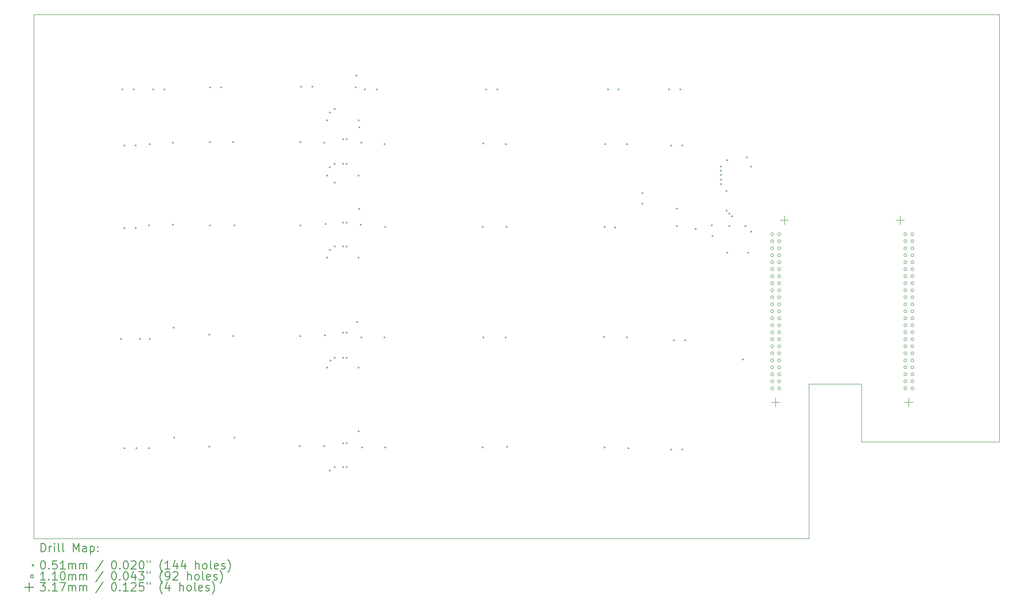
<source format=gbr>
%FSLAX45Y45*%
G04 Gerber Fmt 4.5, Leading zero omitted, Abs format (unit mm)*
G04 Created by KiCad (PCBNEW no-vcs-found-product) date Seg 25 Abr 2016 23:01:22 BRT*
%MOMM*%
G01*
G04 APERTURE LIST*
%ADD10C,0.127000*%
%ADD11C,0.150000*%
%ADD12C,0.200000*%
%ADD13C,0.300000*%
G04 APERTURE END LIST*
D10*
D11*
X31100000Y-22000000D02*
X3000000Y-22000000D01*
X33000000Y-18500000D02*
X38000000Y-18500000D01*
X33000000Y-16400000D02*
X33000000Y-18500000D01*
X31100000Y-16400000D02*
X33000000Y-16400000D01*
X31100000Y-22000000D02*
X31100000Y-16400000D01*
X38000000Y-3000000D02*
X3000000Y-3000000D01*
X38000000Y-18500000D02*
X38000000Y-3000000D01*
X3000000Y-3000000D02*
X3000000Y-22000000D01*
D12*
X6133600Y-14726800D02*
X6184400Y-14777600D01*
X6184400Y-14726800D02*
X6133600Y-14777600D01*
X6184400Y-5684400D02*
X6235200Y-5735200D01*
X6235200Y-5684400D02*
X6184400Y-5735200D01*
X6260600Y-7716400D02*
X6311400Y-7767200D01*
X6311400Y-7716400D02*
X6260600Y-7767200D01*
X6260600Y-10713600D02*
X6311400Y-10764400D01*
X6311400Y-10713600D02*
X6260600Y-10764400D01*
X6260600Y-18689200D02*
X6311400Y-18740000D01*
X6311400Y-18689200D02*
X6260600Y-18740000D01*
X6590800Y-5684400D02*
X6641600Y-5735200D01*
X6641600Y-5684400D02*
X6590800Y-5735200D01*
X6667000Y-7716400D02*
X6717800Y-7767200D01*
X6717800Y-7716400D02*
X6667000Y-7767200D01*
X6667000Y-10713600D02*
X6717800Y-10764400D01*
X6717800Y-10713600D02*
X6667000Y-10764400D01*
X6692400Y-18689200D02*
X6743200Y-18740000D01*
X6743200Y-18689200D02*
X6692400Y-18740000D01*
X6819400Y-14726800D02*
X6870200Y-14777600D01*
X6870200Y-14726800D02*
X6819400Y-14777600D01*
X7149600Y-10612000D02*
X7200400Y-10662800D01*
X7200400Y-10612000D02*
X7149600Y-10662800D01*
X7149600Y-18689200D02*
X7200400Y-18740000D01*
X7200400Y-18689200D02*
X7149600Y-18740000D01*
X7175000Y-7665600D02*
X7225800Y-7716400D01*
X7225800Y-7665600D02*
X7175000Y-7716400D01*
X7175000Y-14726800D02*
X7225800Y-14777600D01*
X7225800Y-14726800D02*
X7175000Y-14777600D01*
X7302000Y-5684400D02*
X7352800Y-5735200D01*
X7352800Y-5684400D02*
X7302000Y-5735200D01*
X7708400Y-5684401D02*
X7759200Y-5735201D01*
X7759200Y-5684401D02*
X7708400Y-5735201D01*
X8013200Y-7614800D02*
X8064000Y-7665600D01*
X8064000Y-7614800D02*
X8013200Y-7665600D01*
X8013200Y-10586600D02*
X8064000Y-10637400D01*
X8064000Y-10586600D02*
X8013200Y-10637400D01*
X8038600Y-14320400D02*
X8089400Y-14371200D01*
X8089400Y-14320400D02*
X8038600Y-14371200D01*
X8064000Y-18308200D02*
X8114800Y-18359000D01*
X8114800Y-18308200D02*
X8064000Y-18359000D01*
X9334000Y-14574400D02*
X9384800Y-14625200D01*
X9384800Y-14574400D02*
X9334000Y-14625200D01*
X9334000Y-18638400D02*
X9384800Y-18689200D01*
X9384800Y-18638400D02*
X9334000Y-18689200D01*
X9359400Y-5608200D02*
X9410200Y-5659000D01*
X9410200Y-5608200D02*
X9359400Y-5659000D01*
X9359400Y-7589400D02*
X9410200Y-7640200D01*
X9410200Y-7589400D02*
X9359400Y-7640200D01*
X9359400Y-10612000D02*
X9410200Y-10662800D01*
X9410200Y-10612000D02*
X9359400Y-10662800D01*
X9765800Y-5608200D02*
X9816600Y-5659000D01*
X9816600Y-5608200D02*
X9765800Y-5659000D01*
X10197600Y-7589400D02*
X10248400Y-7640200D01*
X10248400Y-7589400D02*
X10197600Y-7640200D01*
X10197600Y-14625200D02*
X10248400Y-14676000D01*
X10248400Y-14625200D02*
X10197600Y-14676000D01*
X10248400Y-10612000D02*
X10299200Y-10662800D01*
X10299200Y-10612000D02*
X10248400Y-10662800D01*
X10248400Y-18308200D02*
X10299200Y-18359000D01*
X10299200Y-18308200D02*
X10248400Y-18359000D01*
X12610600Y-18613000D02*
X12661400Y-18663800D01*
X12661400Y-18613000D02*
X12610600Y-18663800D01*
X12636000Y-7589400D02*
X12686800Y-7640200D01*
X12686800Y-7589400D02*
X12636000Y-7640200D01*
X12636000Y-10612000D02*
X12686800Y-10662800D01*
X12686800Y-10612000D02*
X12636000Y-10662800D01*
X12636000Y-14625200D02*
X12686800Y-14676000D01*
X12686800Y-14625200D02*
X12636000Y-14676000D01*
X12661400Y-5582800D02*
X12712200Y-5633600D01*
X12712200Y-5582800D02*
X12661400Y-5633600D01*
X13067800Y-5582800D02*
X13118600Y-5633600D01*
X13118600Y-5582800D02*
X13067800Y-5633600D01*
X13499600Y-7614800D02*
X13550400Y-7665600D01*
X13550400Y-7614800D02*
X13499600Y-7665600D01*
X13499600Y-18613000D02*
X13550400Y-18663800D01*
X13550400Y-18613000D02*
X13499600Y-18663800D01*
X13525000Y-14599800D02*
X13575800Y-14650600D01*
X13575800Y-14599800D02*
X13525000Y-14650600D01*
X13550400Y-10561200D02*
X13601200Y-10612000D01*
X13601200Y-10561200D02*
X13550400Y-10612000D01*
X13601200Y-6802000D02*
X13652000Y-6852800D01*
X13652000Y-6802000D02*
X13601200Y-6852800D01*
X13601200Y-8808600D02*
X13652000Y-8859400D01*
X13652000Y-8808600D02*
X13601200Y-8859400D01*
X13601200Y-11780400D02*
X13652000Y-11831200D01*
X13652000Y-11780400D02*
X13601200Y-11831200D01*
X13601200Y-15768200D02*
X13652000Y-15819000D01*
X13652000Y-15768200D02*
X13601200Y-15819000D01*
X13702800Y-6522600D02*
X13753600Y-6573400D01*
X13753600Y-6522600D02*
X13702800Y-6573400D01*
X13702800Y-8503800D02*
X13753600Y-8554600D01*
X13753600Y-8503800D02*
X13702800Y-8554600D01*
X13702800Y-11501000D02*
X13753600Y-11551800D01*
X13753600Y-11501000D02*
X13702800Y-11551800D01*
X13702800Y-19502000D02*
X13753600Y-19552800D01*
X13753600Y-19502000D02*
X13702800Y-19552800D01*
X13728200Y-15514200D02*
X13779000Y-15565000D01*
X13779000Y-15514200D02*
X13728200Y-15565000D01*
X13880600Y-6395600D02*
X13931400Y-6446400D01*
X13931400Y-6395600D02*
X13880600Y-6446400D01*
X13880600Y-8376800D02*
X13931400Y-8427600D01*
X13931400Y-8376800D02*
X13880600Y-8427600D01*
X13880600Y-9062600D02*
X13931400Y-9113400D01*
X13931400Y-9062600D02*
X13880600Y-9113400D01*
X13880600Y-11374000D02*
X13931400Y-11424800D01*
X13931400Y-11374000D02*
X13880600Y-11424800D01*
X13880600Y-15412600D02*
X13931400Y-15463400D01*
X13931400Y-15412600D02*
X13880600Y-15463400D01*
X13880600Y-19375000D02*
X13931400Y-19425800D01*
X13931400Y-19375000D02*
X13880600Y-19425800D01*
X14185400Y-7487800D02*
X14236200Y-7538600D01*
X14236200Y-7487800D02*
X14185400Y-7538600D01*
X14185400Y-8376800D02*
X14236200Y-8427600D01*
X14236200Y-8376800D02*
X14185400Y-8427600D01*
X14185400Y-10510400D02*
X14236200Y-10561200D01*
X14236200Y-10510400D02*
X14185400Y-10561200D01*
X14185400Y-11373996D02*
X14236200Y-11424796D01*
X14236200Y-11373996D02*
X14185400Y-11424796D01*
X14185400Y-14498200D02*
X14236200Y-14549000D01*
X14236200Y-14498200D02*
X14185400Y-14549000D01*
X14185400Y-15412598D02*
X14236200Y-15463398D01*
X14236200Y-15412598D02*
X14185400Y-15463398D01*
X14185400Y-18511400D02*
X14236200Y-18562200D01*
X14236200Y-18511400D02*
X14185400Y-18562200D01*
X14185400Y-19374999D02*
X14236200Y-19425799D01*
X14236200Y-19374999D02*
X14185400Y-19425799D01*
X14312400Y-7487800D02*
X14363200Y-7538600D01*
X14363200Y-7487800D02*
X14312400Y-7538600D01*
X14312400Y-8376800D02*
X14363200Y-8427600D01*
X14363200Y-8376800D02*
X14312400Y-8427600D01*
X14312400Y-10510400D02*
X14363200Y-10561200D01*
X14363200Y-10510400D02*
X14312400Y-10561200D01*
X14312400Y-11374000D02*
X14363200Y-11424800D01*
X14363200Y-11374000D02*
X14312400Y-11424800D01*
X14312400Y-14498200D02*
X14363200Y-14549000D01*
X14363200Y-14498200D02*
X14312400Y-14549000D01*
X14312400Y-15412600D02*
X14363200Y-15463400D01*
X14363200Y-15412600D02*
X14312400Y-15463400D01*
X14312400Y-18511400D02*
X14363200Y-18562200D01*
X14363200Y-18511400D02*
X14312400Y-18562200D01*
X14312400Y-19375000D02*
X14363200Y-19425800D01*
X14363200Y-19375000D02*
X14312400Y-19425800D01*
X14642600Y-5608200D02*
X14693400Y-5659000D01*
X14693400Y-5608200D02*
X14642600Y-5659000D01*
X14668000Y-5176400D02*
X14718800Y-5227200D01*
X14718800Y-5176400D02*
X14668000Y-5227200D01*
X14693400Y-14117200D02*
X14744200Y-14168000D01*
X14744200Y-14117200D02*
X14693400Y-14168000D01*
X14744200Y-6802000D02*
X14795000Y-6852800D01*
X14795000Y-6802000D02*
X14744200Y-6852800D01*
X14744200Y-8808600D02*
X14795000Y-8859400D01*
X14795000Y-8808600D02*
X14744200Y-8859400D01*
X14744200Y-11780400D02*
X14795000Y-11831200D01*
X14795000Y-11780400D02*
X14744200Y-11831200D01*
X14744200Y-15768200D02*
X14795000Y-15819000D01*
X14795000Y-15768200D02*
X14744200Y-15819000D01*
X14744200Y-18079600D02*
X14795000Y-18130400D01*
X14795000Y-18079600D02*
X14744200Y-18130400D01*
X14769498Y-10019698D02*
X14820298Y-10070498D01*
X14820298Y-10019698D02*
X14769498Y-10070498D01*
X14769600Y-7056000D02*
X14820400Y-7106800D01*
X14820400Y-7056000D02*
X14769600Y-7106800D01*
X14820400Y-10586600D02*
X14871200Y-10637400D01*
X14871200Y-10586600D02*
X14820400Y-10637400D01*
X14845800Y-7614800D02*
X14896600Y-7665600D01*
X14896600Y-7614800D02*
X14845800Y-7665600D01*
X14845800Y-14676000D02*
X14896600Y-14726800D01*
X14896600Y-14676000D02*
X14845800Y-14726800D01*
X14871200Y-18663800D02*
X14922000Y-18714600D01*
X14922000Y-18663800D02*
X14871200Y-18714600D01*
X14972800Y-5684400D02*
X15023600Y-5735200D01*
X15023600Y-5684400D02*
X14972800Y-5735200D01*
X15404600Y-5684400D02*
X15455400Y-5735200D01*
X15455400Y-5684400D02*
X15404600Y-5735200D01*
X15684000Y-7665600D02*
X15734800Y-7716400D01*
X15734800Y-7665600D02*
X15684000Y-7716400D01*
X15684000Y-14676000D02*
X15734800Y-14726800D01*
X15734800Y-14676000D02*
X15684000Y-14726800D01*
X15709400Y-10662800D02*
X15760200Y-10713600D01*
X15760200Y-10662800D02*
X15709400Y-10713600D01*
X15709400Y-18663800D02*
X15760200Y-18714600D01*
X15760200Y-18663800D02*
X15709400Y-18714600D01*
X19240000Y-10662800D02*
X19290800Y-10713600D01*
X19290800Y-10662800D02*
X19240000Y-10713600D01*
X19240000Y-18663800D02*
X19290800Y-18714600D01*
X19290800Y-18663800D02*
X19240000Y-18714600D01*
X19265400Y-7640200D02*
X19316200Y-7691000D01*
X19316200Y-7640200D02*
X19265400Y-7691000D01*
X19265400Y-14676000D02*
X19316200Y-14726800D01*
X19316200Y-14676000D02*
X19265400Y-14726800D01*
X19367000Y-5684400D02*
X19417800Y-5735200D01*
X19417800Y-5684400D02*
X19367000Y-5735200D01*
X19773400Y-5684400D02*
X19824200Y-5735200D01*
X19824200Y-5684400D02*
X19773400Y-5735200D01*
X20078200Y-7665600D02*
X20129000Y-7716400D01*
X20129000Y-7665600D02*
X20078200Y-7716400D01*
X20078200Y-14676000D02*
X20129000Y-14726800D01*
X20129000Y-14676000D02*
X20078200Y-14726800D01*
X20103600Y-10662800D02*
X20154400Y-10713600D01*
X20154400Y-10662800D02*
X20103600Y-10713600D01*
X20129000Y-18638400D02*
X20179800Y-18689200D01*
X20179800Y-18638400D02*
X20129000Y-18689200D01*
X23634200Y-14650600D02*
X23685000Y-14701400D01*
X23685000Y-14650600D02*
X23634200Y-14701400D01*
X23659600Y-10662800D02*
X23710400Y-10713600D01*
X23710400Y-10662800D02*
X23659600Y-10713600D01*
X23659600Y-18663800D02*
X23710400Y-18714600D01*
X23710400Y-18663800D02*
X23659600Y-18714600D01*
X23685000Y-7665600D02*
X23735800Y-7716400D01*
X23735800Y-7665600D02*
X23685000Y-7716400D01*
X23786600Y-5684400D02*
X23837400Y-5735200D01*
X23837400Y-5684400D02*
X23786600Y-5735200D01*
X24040600Y-10688200D02*
X24091400Y-10739000D01*
X24091400Y-10688200D02*
X24040600Y-10739000D01*
X24167600Y-5684400D02*
X24218400Y-5735200D01*
X24218400Y-5684400D02*
X24167600Y-5735200D01*
X24472400Y-7665600D02*
X24523200Y-7716400D01*
X24523200Y-7665600D02*
X24472400Y-7716400D01*
X24472400Y-14676000D02*
X24523200Y-14726800D01*
X24523200Y-14676000D02*
X24472400Y-14726800D01*
X24523200Y-18689200D02*
X24574000Y-18740000D01*
X24574000Y-18689200D02*
X24523200Y-18740000D01*
X25031200Y-9443600D02*
X25082000Y-9494400D01*
X25082000Y-9443600D02*
X25031200Y-9494400D01*
X25031200Y-9824600D02*
X25082000Y-9875400D01*
X25082000Y-9824600D02*
X25031200Y-9875400D01*
X25996400Y-5684400D02*
X26047200Y-5735200D01*
X26047200Y-5684400D02*
X25996400Y-5735200D01*
X26072600Y-7716400D02*
X26123400Y-7767200D01*
X26123400Y-7716400D02*
X26072600Y-7767200D01*
X26072600Y-18740000D02*
X26123400Y-18790800D01*
X26123400Y-18740000D02*
X26072600Y-18790800D01*
X26174200Y-14777600D02*
X26225000Y-14828400D01*
X26225000Y-14777600D02*
X26174200Y-14828400D01*
X26275800Y-10002400D02*
X26326600Y-10053200D01*
X26326600Y-10002400D02*
X26275800Y-10053200D01*
X26275800Y-10637400D02*
X26326600Y-10688200D01*
X26326600Y-10637400D02*
X26275800Y-10688200D01*
X26402800Y-5684400D02*
X26453600Y-5735200D01*
X26453600Y-5684400D02*
X26402800Y-5735200D01*
X26479000Y-7716400D02*
X26529800Y-7767200D01*
X26529800Y-7716400D02*
X26479000Y-7767200D01*
X26479000Y-18740000D02*
X26529800Y-18790800D01*
X26529800Y-18740000D02*
X26479000Y-18790800D01*
X26580600Y-14777600D02*
X26631400Y-14828400D01*
X26631400Y-14777600D02*
X26580600Y-14828400D01*
X26961600Y-10739001D02*
X27012400Y-10789801D01*
X27012400Y-10739001D02*
X26961600Y-10789801D01*
X27545800Y-10612000D02*
X27596600Y-10662800D01*
X27596600Y-10612000D02*
X27545800Y-10662800D01*
X27571200Y-10993000D02*
X27622000Y-11043800D01*
X27622000Y-10993000D02*
X27571200Y-11043800D01*
X27876000Y-8478400D02*
X27926800Y-8529200D01*
X27926800Y-8478400D02*
X27876000Y-8529200D01*
X27876000Y-8630800D02*
X27926800Y-8681600D01*
X27926800Y-8630800D02*
X27876000Y-8681600D01*
X27876000Y-8783200D02*
X27926800Y-8834000D01*
X27926800Y-8783200D02*
X27876000Y-8834000D01*
X27876000Y-8961000D02*
X27926800Y-9011800D01*
X27926800Y-8961000D02*
X27876000Y-9011800D01*
X27876000Y-9113400D02*
X27926800Y-9164200D01*
X27926800Y-9113400D02*
X27876000Y-9164200D01*
X28079200Y-9367400D02*
X28130000Y-9418200D01*
X28130000Y-9367400D02*
X28079200Y-9418200D01*
X28079200Y-10078600D02*
X28130000Y-10129400D01*
X28130000Y-10078600D02*
X28079200Y-10129400D01*
X28104600Y-8249800D02*
X28155400Y-8300600D01*
X28155400Y-8249800D02*
X28104600Y-8300600D01*
X28104600Y-11602600D02*
X28155400Y-11653400D01*
X28155400Y-11602600D02*
X28104600Y-11653400D01*
X28180800Y-10180200D02*
X28231600Y-10231000D01*
X28231600Y-10180200D02*
X28180800Y-10231000D01*
X28180800Y-10637400D02*
X28231600Y-10688200D01*
X28231600Y-10637400D02*
X28180800Y-10688200D01*
X28282400Y-10281800D02*
X28333200Y-10332600D01*
X28333200Y-10281800D02*
X28282400Y-10332600D01*
X28674600Y-15474600D02*
X28725400Y-15525400D01*
X28725400Y-15474600D02*
X28674600Y-15525400D01*
X28765000Y-10637400D02*
X28815800Y-10688200D01*
X28815800Y-10637400D02*
X28765000Y-10688200D01*
X28815800Y-8148200D02*
X28866600Y-8199000D01*
X28866600Y-8148200D02*
X28815800Y-8199000D01*
X28866600Y-11602600D02*
X28917400Y-11653400D01*
X28917400Y-11602600D02*
X28866600Y-11653400D01*
X28968200Y-8478400D02*
X29019000Y-8529200D01*
X29019000Y-8478400D02*
X28968200Y-8529200D01*
X28968200Y-10840600D02*
X29019000Y-10891400D01*
X29019000Y-10840600D02*
X28968200Y-10891400D01*
X29815000Y-10961500D02*
G75*
G03X29815000Y-10961500I-55000J0D01*
G01*
X29815000Y-11215500D02*
G75*
G03X29815000Y-11215500I-55000J0D01*
G01*
X29815000Y-11469500D02*
G75*
G03X29815000Y-11469500I-55000J0D01*
G01*
X29815000Y-11723500D02*
G75*
G03X29815000Y-11723500I-55000J0D01*
G01*
X29815000Y-11977500D02*
G75*
G03X29815000Y-11977500I-55000J0D01*
G01*
X29815000Y-12231500D02*
G75*
G03X29815000Y-12231500I-55000J0D01*
G01*
X29815000Y-12485500D02*
G75*
G03X29815000Y-12485500I-55000J0D01*
G01*
X29815000Y-12739500D02*
G75*
G03X29815000Y-12739500I-55000J0D01*
G01*
X29815000Y-12993500D02*
G75*
G03X29815000Y-12993500I-55000J0D01*
G01*
X29815000Y-13247500D02*
G75*
G03X29815000Y-13247500I-55000J0D01*
G01*
X29815000Y-13501500D02*
G75*
G03X29815000Y-13501500I-55000J0D01*
G01*
X29815000Y-13755500D02*
G75*
G03X29815000Y-13755500I-55000J0D01*
G01*
X29815000Y-14009500D02*
G75*
G03X29815000Y-14009500I-55000J0D01*
G01*
X29815000Y-14263500D02*
G75*
G03X29815000Y-14263500I-55000J0D01*
G01*
X29815000Y-14517500D02*
G75*
G03X29815000Y-14517500I-55000J0D01*
G01*
X29815000Y-14771500D02*
G75*
G03X29815000Y-14771500I-55000J0D01*
G01*
X29815000Y-15025500D02*
G75*
G03X29815000Y-15025500I-55000J0D01*
G01*
X29815000Y-15279500D02*
G75*
G03X29815000Y-15279500I-55000J0D01*
G01*
X29815000Y-15533500D02*
G75*
G03X29815000Y-15533500I-55000J0D01*
G01*
X29815000Y-15787500D02*
G75*
G03X29815000Y-15787500I-55000J0D01*
G01*
X29815000Y-16041500D02*
G75*
G03X29815000Y-16041500I-55000J0D01*
G01*
X29815000Y-16295500D02*
G75*
G03X29815000Y-16295500I-55000J0D01*
G01*
X29815000Y-16549500D02*
G75*
G03X29815000Y-16549500I-55000J0D01*
G01*
X30069000Y-10961500D02*
G75*
G03X30069000Y-10961500I-55000J0D01*
G01*
X30069000Y-11215500D02*
G75*
G03X30069000Y-11215500I-55000J0D01*
G01*
X30069000Y-11469500D02*
G75*
G03X30069000Y-11469500I-55000J0D01*
G01*
X30069000Y-11723500D02*
G75*
G03X30069000Y-11723500I-55000J0D01*
G01*
X30069000Y-11977500D02*
G75*
G03X30069000Y-11977500I-55000J0D01*
G01*
X30069000Y-12231500D02*
G75*
G03X30069000Y-12231500I-55000J0D01*
G01*
X30069000Y-12485500D02*
G75*
G03X30069000Y-12485500I-55000J0D01*
G01*
X30069000Y-12739500D02*
G75*
G03X30069000Y-12739500I-55000J0D01*
G01*
X30069000Y-12993500D02*
G75*
G03X30069000Y-12993500I-55000J0D01*
G01*
X30069000Y-13247500D02*
G75*
G03X30069000Y-13247500I-55000J0D01*
G01*
X30069000Y-13501500D02*
G75*
G03X30069000Y-13501500I-55000J0D01*
G01*
X30069000Y-13755500D02*
G75*
G03X30069000Y-13755500I-55000J0D01*
G01*
X30069000Y-14009500D02*
G75*
G03X30069000Y-14009500I-55000J0D01*
G01*
X30069000Y-14263500D02*
G75*
G03X30069000Y-14263500I-55000J0D01*
G01*
X30069000Y-14517500D02*
G75*
G03X30069000Y-14517500I-55000J0D01*
G01*
X30069000Y-14771500D02*
G75*
G03X30069000Y-14771500I-55000J0D01*
G01*
X30069000Y-15025500D02*
G75*
G03X30069000Y-15025500I-55000J0D01*
G01*
X30069000Y-15279500D02*
G75*
G03X30069000Y-15279500I-55000J0D01*
G01*
X30069000Y-15533500D02*
G75*
G03X30069000Y-15533500I-55000J0D01*
G01*
X30069000Y-15787500D02*
G75*
G03X30069000Y-15787500I-55000J0D01*
G01*
X30069000Y-16041500D02*
G75*
G03X30069000Y-16041500I-55000J0D01*
G01*
X30069000Y-16295500D02*
G75*
G03X30069000Y-16295500I-55000J0D01*
G01*
X30069000Y-16549500D02*
G75*
G03X30069000Y-16549500I-55000J0D01*
G01*
X34641000Y-10961500D02*
G75*
G03X34641000Y-10961500I-55000J0D01*
G01*
X34641000Y-11215500D02*
G75*
G03X34641000Y-11215500I-55000J0D01*
G01*
X34641000Y-11469500D02*
G75*
G03X34641000Y-11469500I-55000J0D01*
G01*
X34641000Y-11723500D02*
G75*
G03X34641000Y-11723500I-55000J0D01*
G01*
X34641000Y-11977500D02*
G75*
G03X34641000Y-11977500I-55000J0D01*
G01*
X34641000Y-12231500D02*
G75*
G03X34641000Y-12231500I-55000J0D01*
G01*
X34641000Y-12485500D02*
G75*
G03X34641000Y-12485500I-55000J0D01*
G01*
X34641000Y-12739500D02*
G75*
G03X34641000Y-12739500I-55000J0D01*
G01*
X34641000Y-12993500D02*
G75*
G03X34641000Y-12993500I-55000J0D01*
G01*
X34641000Y-13247500D02*
G75*
G03X34641000Y-13247500I-55000J0D01*
G01*
X34641000Y-13501500D02*
G75*
G03X34641000Y-13501500I-55000J0D01*
G01*
X34641000Y-13755500D02*
G75*
G03X34641000Y-13755500I-55000J0D01*
G01*
X34641000Y-14009500D02*
G75*
G03X34641000Y-14009500I-55000J0D01*
G01*
X34641000Y-14263500D02*
G75*
G03X34641000Y-14263500I-55000J0D01*
G01*
X34641000Y-14517500D02*
G75*
G03X34641000Y-14517500I-55000J0D01*
G01*
X34641000Y-14771500D02*
G75*
G03X34641000Y-14771500I-55000J0D01*
G01*
X34641000Y-15025500D02*
G75*
G03X34641000Y-15025500I-55000J0D01*
G01*
X34641000Y-15279500D02*
G75*
G03X34641000Y-15279500I-55000J0D01*
G01*
X34641000Y-15533500D02*
G75*
G03X34641000Y-15533500I-55000J0D01*
G01*
X34641000Y-15787500D02*
G75*
G03X34641000Y-15787500I-55000J0D01*
G01*
X34641000Y-16041500D02*
G75*
G03X34641000Y-16041500I-55000J0D01*
G01*
X34641000Y-16295500D02*
G75*
G03X34641000Y-16295500I-55000J0D01*
G01*
X34641000Y-16549500D02*
G75*
G03X34641000Y-16549500I-55000J0D01*
G01*
X34895000Y-10961500D02*
G75*
G03X34895000Y-10961500I-55000J0D01*
G01*
X34895000Y-11215500D02*
G75*
G03X34895000Y-11215500I-55000J0D01*
G01*
X34895000Y-11469500D02*
G75*
G03X34895000Y-11469500I-55000J0D01*
G01*
X34895000Y-11723500D02*
G75*
G03X34895000Y-11723500I-55000J0D01*
G01*
X34895000Y-11977500D02*
G75*
G03X34895000Y-11977500I-55000J0D01*
G01*
X34895000Y-12231500D02*
G75*
G03X34895000Y-12231500I-55000J0D01*
G01*
X34895000Y-12485500D02*
G75*
G03X34895000Y-12485500I-55000J0D01*
G01*
X34895000Y-12739500D02*
G75*
G03X34895000Y-12739500I-55000J0D01*
G01*
X34895000Y-12993500D02*
G75*
G03X34895000Y-12993500I-55000J0D01*
G01*
X34895000Y-13247500D02*
G75*
G03X34895000Y-13247500I-55000J0D01*
G01*
X34895000Y-13501500D02*
G75*
G03X34895000Y-13501500I-55000J0D01*
G01*
X34895000Y-13755500D02*
G75*
G03X34895000Y-13755500I-55000J0D01*
G01*
X34895000Y-14009500D02*
G75*
G03X34895000Y-14009500I-55000J0D01*
G01*
X34895000Y-14263500D02*
G75*
G03X34895000Y-14263500I-55000J0D01*
G01*
X34895000Y-14517500D02*
G75*
G03X34895000Y-14517500I-55000J0D01*
G01*
X34895000Y-14771500D02*
G75*
G03X34895000Y-14771500I-55000J0D01*
G01*
X34895000Y-15025500D02*
G75*
G03X34895000Y-15025500I-55000J0D01*
G01*
X34895000Y-15279500D02*
G75*
G03X34895000Y-15279500I-55000J0D01*
G01*
X34895000Y-15533500D02*
G75*
G03X34895000Y-15533500I-55000J0D01*
G01*
X34895000Y-15787500D02*
G75*
G03X34895000Y-15787500I-55000J0D01*
G01*
X34895000Y-16041500D02*
G75*
G03X34895000Y-16041500I-55000J0D01*
G01*
X34895000Y-16295500D02*
G75*
G03X34895000Y-16295500I-55000J0D01*
G01*
X34895000Y-16549500D02*
G75*
G03X34895000Y-16549500I-55000J0D01*
G01*
X29887000Y-16898750D02*
X29887000Y-17216250D01*
X29728250Y-17057500D02*
X30045750Y-17057500D01*
X30204500Y-10294750D02*
X30204500Y-10612250D01*
X30045750Y-10453500D02*
X30363250Y-10453500D01*
X34395500Y-10294750D02*
X34395500Y-10612250D01*
X34236750Y-10453500D02*
X34554250Y-10453500D01*
X34713000Y-16898750D02*
X34713000Y-17216250D01*
X34554250Y-17057500D02*
X34871750Y-17057500D01*
D13*
X3263928Y-22473214D02*
X3263928Y-22173214D01*
X3335357Y-22173214D01*
X3378214Y-22187500D01*
X3406786Y-22216072D01*
X3421071Y-22244643D01*
X3435357Y-22301786D01*
X3435357Y-22344643D01*
X3421071Y-22401786D01*
X3406786Y-22430357D01*
X3378214Y-22458929D01*
X3335357Y-22473214D01*
X3263928Y-22473214D01*
X3563928Y-22473214D02*
X3563928Y-22273214D01*
X3563928Y-22330357D02*
X3578214Y-22301786D01*
X3592500Y-22287500D01*
X3621071Y-22273214D01*
X3649643Y-22273214D01*
X3749643Y-22473214D02*
X3749643Y-22273214D01*
X3749643Y-22173214D02*
X3735357Y-22187500D01*
X3749643Y-22201786D01*
X3763928Y-22187500D01*
X3749643Y-22173214D01*
X3749643Y-22201786D01*
X3935357Y-22473214D02*
X3906786Y-22458929D01*
X3892500Y-22430357D01*
X3892500Y-22173214D01*
X4092500Y-22473214D02*
X4063928Y-22458929D01*
X4049643Y-22430357D01*
X4049643Y-22173214D01*
X4435357Y-22473214D02*
X4435357Y-22173214D01*
X4535357Y-22387500D01*
X4635357Y-22173214D01*
X4635357Y-22473214D01*
X4906786Y-22473214D02*
X4906786Y-22316072D01*
X4892500Y-22287500D01*
X4863928Y-22273214D01*
X4806786Y-22273214D01*
X4778214Y-22287500D01*
X4906786Y-22458929D02*
X4878214Y-22473214D01*
X4806786Y-22473214D01*
X4778214Y-22458929D01*
X4763928Y-22430357D01*
X4763928Y-22401786D01*
X4778214Y-22373214D01*
X4806786Y-22358929D01*
X4878214Y-22358929D01*
X4906786Y-22344643D01*
X5049643Y-22273214D02*
X5049643Y-22573214D01*
X5049643Y-22287500D02*
X5078214Y-22273214D01*
X5135357Y-22273214D01*
X5163928Y-22287500D01*
X5178214Y-22301786D01*
X5192500Y-22330357D01*
X5192500Y-22416071D01*
X5178214Y-22444643D01*
X5163928Y-22458929D01*
X5135357Y-22473214D01*
X5078214Y-22473214D01*
X5049643Y-22458929D01*
X5321071Y-22444643D02*
X5335357Y-22458929D01*
X5321071Y-22473214D01*
X5306786Y-22458929D01*
X5321071Y-22444643D01*
X5321071Y-22473214D01*
X5321071Y-22287500D02*
X5335357Y-22301786D01*
X5321071Y-22316072D01*
X5306786Y-22301786D01*
X5321071Y-22287500D01*
X5321071Y-22316072D01*
X2941700Y-22942100D02*
X2992500Y-22992900D01*
X2992500Y-22942100D02*
X2941700Y-22992900D01*
X3321071Y-22803214D02*
X3349643Y-22803214D01*
X3378214Y-22817500D01*
X3392500Y-22831786D01*
X3406786Y-22860357D01*
X3421071Y-22917500D01*
X3421071Y-22988929D01*
X3406786Y-23046071D01*
X3392500Y-23074643D01*
X3378214Y-23088929D01*
X3349643Y-23103214D01*
X3321071Y-23103214D01*
X3292500Y-23088929D01*
X3278214Y-23074643D01*
X3263928Y-23046071D01*
X3249643Y-22988929D01*
X3249643Y-22917500D01*
X3263928Y-22860357D01*
X3278214Y-22831786D01*
X3292500Y-22817500D01*
X3321071Y-22803214D01*
X3549643Y-23074643D02*
X3563928Y-23088929D01*
X3549643Y-23103214D01*
X3535357Y-23088929D01*
X3549643Y-23074643D01*
X3549643Y-23103214D01*
X3835357Y-22803214D02*
X3692500Y-22803214D01*
X3678214Y-22946071D01*
X3692500Y-22931786D01*
X3721071Y-22917500D01*
X3792500Y-22917500D01*
X3821071Y-22931786D01*
X3835357Y-22946071D01*
X3849643Y-22974643D01*
X3849643Y-23046071D01*
X3835357Y-23074643D01*
X3821071Y-23088929D01*
X3792500Y-23103214D01*
X3721071Y-23103214D01*
X3692500Y-23088929D01*
X3678214Y-23074643D01*
X4135357Y-23103214D02*
X3963928Y-23103214D01*
X4049643Y-23103214D02*
X4049643Y-22803214D01*
X4021071Y-22846071D01*
X3992500Y-22874643D01*
X3963928Y-22888929D01*
X4263928Y-23103214D02*
X4263928Y-22903214D01*
X4263928Y-22931786D02*
X4278214Y-22917500D01*
X4306786Y-22903214D01*
X4349643Y-22903214D01*
X4378214Y-22917500D01*
X4392500Y-22946071D01*
X4392500Y-23103214D01*
X4392500Y-22946071D02*
X4406786Y-22917500D01*
X4435357Y-22903214D01*
X4478214Y-22903214D01*
X4506786Y-22917500D01*
X4521071Y-22946071D01*
X4521071Y-23103214D01*
X4663928Y-23103214D02*
X4663928Y-22903214D01*
X4663928Y-22931786D02*
X4678214Y-22917500D01*
X4706786Y-22903214D01*
X4749643Y-22903214D01*
X4778214Y-22917500D01*
X4792500Y-22946071D01*
X4792500Y-23103214D01*
X4792500Y-22946071D02*
X4806786Y-22917500D01*
X4835357Y-22903214D01*
X4878214Y-22903214D01*
X4906786Y-22917500D01*
X4921071Y-22946071D01*
X4921071Y-23103214D01*
X5506786Y-22788929D02*
X5249643Y-23174643D01*
X5892500Y-22803214D02*
X5921071Y-22803214D01*
X5949643Y-22817500D01*
X5963928Y-22831786D01*
X5978214Y-22860357D01*
X5992500Y-22917500D01*
X5992500Y-22988929D01*
X5978214Y-23046071D01*
X5963928Y-23074643D01*
X5949643Y-23088929D01*
X5921071Y-23103214D01*
X5892500Y-23103214D01*
X5863928Y-23088929D01*
X5849643Y-23074643D01*
X5835357Y-23046071D01*
X5821071Y-22988929D01*
X5821071Y-22917500D01*
X5835357Y-22860357D01*
X5849643Y-22831786D01*
X5863928Y-22817500D01*
X5892500Y-22803214D01*
X6121071Y-23074643D02*
X6135357Y-23088929D01*
X6121071Y-23103214D01*
X6106786Y-23088929D01*
X6121071Y-23074643D01*
X6121071Y-23103214D01*
X6321071Y-22803214D02*
X6349643Y-22803214D01*
X6378214Y-22817500D01*
X6392500Y-22831786D01*
X6406786Y-22860357D01*
X6421071Y-22917500D01*
X6421071Y-22988929D01*
X6406786Y-23046071D01*
X6392500Y-23074643D01*
X6378214Y-23088929D01*
X6349643Y-23103214D01*
X6321071Y-23103214D01*
X6292500Y-23088929D01*
X6278214Y-23074643D01*
X6263928Y-23046071D01*
X6249643Y-22988929D01*
X6249643Y-22917500D01*
X6263928Y-22860357D01*
X6278214Y-22831786D01*
X6292500Y-22817500D01*
X6321071Y-22803214D01*
X6535357Y-22831786D02*
X6549643Y-22817500D01*
X6578214Y-22803214D01*
X6649643Y-22803214D01*
X6678214Y-22817500D01*
X6692500Y-22831786D01*
X6706786Y-22860357D01*
X6706786Y-22888929D01*
X6692500Y-22931786D01*
X6521071Y-23103214D01*
X6706786Y-23103214D01*
X6892500Y-22803214D02*
X6921071Y-22803214D01*
X6949643Y-22817500D01*
X6963928Y-22831786D01*
X6978214Y-22860357D01*
X6992500Y-22917500D01*
X6992500Y-22988929D01*
X6978214Y-23046071D01*
X6963928Y-23074643D01*
X6949643Y-23088929D01*
X6921071Y-23103214D01*
X6892500Y-23103214D01*
X6863928Y-23088929D01*
X6849643Y-23074643D01*
X6835357Y-23046071D01*
X6821071Y-22988929D01*
X6821071Y-22917500D01*
X6835357Y-22860357D01*
X6849643Y-22831786D01*
X6863928Y-22817500D01*
X6892500Y-22803214D01*
X7106786Y-22803214D02*
X7106786Y-22860357D01*
X7221071Y-22803214D02*
X7221071Y-22860357D01*
X7663928Y-23217500D02*
X7649643Y-23203214D01*
X7621071Y-23160357D01*
X7606786Y-23131786D01*
X7592500Y-23088929D01*
X7578214Y-23017500D01*
X7578214Y-22960357D01*
X7592500Y-22888929D01*
X7606786Y-22846071D01*
X7621071Y-22817500D01*
X7649643Y-22774643D01*
X7663928Y-22760357D01*
X7935357Y-23103214D02*
X7763928Y-23103214D01*
X7849643Y-23103214D02*
X7849643Y-22803214D01*
X7821071Y-22846071D01*
X7792500Y-22874643D01*
X7763928Y-22888929D01*
X8192500Y-22903214D02*
X8192500Y-23103214D01*
X8121071Y-22788929D02*
X8049643Y-23003214D01*
X8235357Y-23003214D01*
X8478214Y-22903214D02*
X8478214Y-23103214D01*
X8406786Y-22788929D02*
X8335357Y-23003214D01*
X8521071Y-23003214D01*
X8863928Y-23103214D02*
X8863928Y-22803214D01*
X8992500Y-23103214D02*
X8992500Y-22946071D01*
X8978214Y-22917500D01*
X8949643Y-22903214D01*
X8906786Y-22903214D01*
X8878214Y-22917500D01*
X8863928Y-22931786D01*
X9178214Y-23103214D02*
X9149643Y-23088929D01*
X9135357Y-23074643D01*
X9121071Y-23046071D01*
X9121071Y-22960357D01*
X9135357Y-22931786D01*
X9149643Y-22917500D01*
X9178214Y-22903214D01*
X9221071Y-22903214D01*
X9249643Y-22917500D01*
X9263928Y-22931786D01*
X9278214Y-22960357D01*
X9278214Y-23046071D01*
X9263928Y-23074643D01*
X9249643Y-23088929D01*
X9221071Y-23103214D01*
X9178214Y-23103214D01*
X9449643Y-23103214D02*
X9421071Y-23088929D01*
X9406786Y-23060357D01*
X9406786Y-22803214D01*
X9678214Y-23088929D02*
X9649643Y-23103214D01*
X9592500Y-23103214D01*
X9563928Y-23088929D01*
X9549643Y-23060357D01*
X9549643Y-22946071D01*
X9563928Y-22917500D01*
X9592500Y-22903214D01*
X9649643Y-22903214D01*
X9678214Y-22917500D01*
X9692500Y-22946071D01*
X9692500Y-22974643D01*
X9549643Y-23003214D01*
X9806786Y-23088929D02*
X9835357Y-23103214D01*
X9892500Y-23103214D01*
X9921071Y-23088929D01*
X9935357Y-23060357D01*
X9935357Y-23046071D01*
X9921071Y-23017500D01*
X9892500Y-23003214D01*
X9849643Y-23003214D01*
X9821071Y-22988929D01*
X9806786Y-22960357D01*
X9806786Y-22946071D01*
X9821071Y-22917500D01*
X9849643Y-22903214D01*
X9892500Y-22903214D01*
X9921071Y-22917500D01*
X10035357Y-23217500D02*
X10049643Y-23203214D01*
X10078214Y-23160357D01*
X10092500Y-23131786D01*
X10106786Y-23088929D01*
X10121071Y-23017500D01*
X10121071Y-22960357D01*
X10106786Y-22888929D01*
X10092500Y-22846071D01*
X10078214Y-22817500D01*
X10049643Y-22774643D01*
X10035357Y-22760357D01*
X2992500Y-23363500D02*
G75*
G03X2992500Y-23363500I-55000J0D01*
G01*
X3421071Y-23499214D02*
X3249643Y-23499214D01*
X3335357Y-23499214D02*
X3335357Y-23199214D01*
X3306786Y-23242071D01*
X3278214Y-23270643D01*
X3249643Y-23284929D01*
X3549643Y-23470643D02*
X3563928Y-23484929D01*
X3549643Y-23499214D01*
X3535357Y-23484929D01*
X3549643Y-23470643D01*
X3549643Y-23499214D01*
X3849643Y-23499214D02*
X3678214Y-23499214D01*
X3763928Y-23499214D02*
X3763928Y-23199214D01*
X3735357Y-23242071D01*
X3706786Y-23270643D01*
X3678214Y-23284929D01*
X4035357Y-23199214D02*
X4063928Y-23199214D01*
X4092500Y-23213500D01*
X4106786Y-23227786D01*
X4121071Y-23256357D01*
X4135357Y-23313500D01*
X4135357Y-23384929D01*
X4121071Y-23442071D01*
X4106786Y-23470643D01*
X4092500Y-23484929D01*
X4063928Y-23499214D01*
X4035357Y-23499214D01*
X4006786Y-23484929D01*
X3992500Y-23470643D01*
X3978214Y-23442071D01*
X3963928Y-23384929D01*
X3963928Y-23313500D01*
X3978214Y-23256357D01*
X3992500Y-23227786D01*
X4006786Y-23213500D01*
X4035357Y-23199214D01*
X4263928Y-23499214D02*
X4263928Y-23299214D01*
X4263928Y-23327786D02*
X4278214Y-23313500D01*
X4306786Y-23299214D01*
X4349643Y-23299214D01*
X4378214Y-23313500D01*
X4392500Y-23342071D01*
X4392500Y-23499214D01*
X4392500Y-23342071D02*
X4406786Y-23313500D01*
X4435357Y-23299214D01*
X4478214Y-23299214D01*
X4506786Y-23313500D01*
X4521071Y-23342071D01*
X4521071Y-23499214D01*
X4663928Y-23499214D02*
X4663928Y-23299214D01*
X4663928Y-23327786D02*
X4678214Y-23313500D01*
X4706786Y-23299214D01*
X4749643Y-23299214D01*
X4778214Y-23313500D01*
X4792500Y-23342071D01*
X4792500Y-23499214D01*
X4792500Y-23342071D02*
X4806786Y-23313500D01*
X4835357Y-23299214D01*
X4878214Y-23299214D01*
X4906786Y-23313500D01*
X4921071Y-23342071D01*
X4921071Y-23499214D01*
X5506786Y-23184929D02*
X5249643Y-23570643D01*
X5892500Y-23199214D02*
X5921071Y-23199214D01*
X5949643Y-23213500D01*
X5963928Y-23227786D01*
X5978214Y-23256357D01*
X5992500Y-23313500D01*
X5992500Y-23384929D01*
X5978214Y-23442071D01*
X5963928Y-23470643D01*
X5949643Y-23484929D01*
X5921071Y-23499214D01*
X5892500Y-23499214D01*
X5863928Y-23484929D01*
X5849643Y-23470643D01*
X5835357Y-23442071D01*
X5821071Y-23384929D01*
X5821071Y-23313500D01*
X5835357Y-23256357D01*
X5849643Y-23227786D01*
X5863928Y-23213500D01*
X5892500Y-23199214D01*
X6121071Y-23470643D02*
X6135357Y-23484929D01*
X6121071Y-23499214D01*
X6106786Y-23484929D01*
X6121071Y-23470643D01*
X6121071Y-23499214D01*
X6321071Y-23199214D02*
X6349643Y-23199214D01*
X6378214Y-23213500D01*
X6392500Y-23227786D01*
X6406786Y-23256357D01*
X6421071Y-23313500D01*
X6421071Y-23384929D01*
X6406786Y-23442071D01*
X6392500Y-23470643D01*
X6378214Y-23484929D01*
X6349643Y-23499214D01*
X6321071Y-23499214D01*
X6292500Y-23484929D01*
X6278214Y-23470643D01*
X6263928Y-23442071D01*
X6249643Y-23384929D01*
X6249643Y-23313500D01*
X6263928Y-23256357D01*
X6278214Y-23227786D01*
X6292500Y-23213500D01*
X6321071Y-23199214D01*
X6678214Y-23299214D02*
X6678214Y-23499214D01*
X6606786Y-23184929D02*
X6535357Y-23399214D01*
X6721071Y-23399214D01*
X6806786Y-23199214D02*
X6992500Y-23199214D01*
X6892500Y-23313500D01*
X6935357Y-23313500D01*
X6963928Y-23327786D01*
X6978214Y-23342071D01*
X6992500Y-23370643D01*
X6992500Y-23442071D01*
X6978214Y-23470643D01*
X6963928Y-23484929D01*
X6935357Y-23499214D01*
X6849643Y-23499214D01*
X6821071Y-23484929D01*
X6806786Y-23470643D01*
X7106786Y-23199214D02*
X7106786Y-23256357D01*
X7221071Y-23199214D02*
X7221071Y-23256357D01*
X7663928Y-23613500D02*
X7649643Y-23599214D01*
X7621071Y-23556357D01*
X7606786Y-23527786D01*
X7592500Y-23484929D01*
X7578214Y-23413500D01*
X7578214Y-23356357D01*
X7592500Y-23284929D01*
X7606786Y-23242071D01*
X7621071Y-23213500D01*
X7649643Y-23170643D01*
X7663928Y-23156357D01*
X7792500Y-23499214D02*
X7849643Y-23499214D01*
X7878214Y-23484929D01*
X7892500Y-23470643D01*
X7921071Y-23427786D01*
X7935357Y-23370643D01*
X7935357Y-23256357D01*
X7921071Y-23227786D01*
X7906786Y-23213500D01*
X7878214Y-23199214D01*
X7821071Y-23199214D01*
X7792500Y-23213500D01*
X7778214Y-23227786D01*
X7763928Y-23256357D01*
X7763928Y-23327786D01*
X7778214Y-23356357D01*
X7792500Y-23370643D01*
X7821071Y-23384929D01*
X7878214Y-23384929D01*
X7906786Y-23370643D01*
X7921071Y-23356357D01*
X7935357Y-23327786D01*
X8049643Y-23227786D02*
X8063928Y-23213500D01*
X8092500Y-23199214D01*
X8163928Y-23199214D01*
X8192500Y-23213500D01*
X8206786Y-23227786D01*
X8221071Y-23256357D01*
X8221071Y-23284929D01*
X8206786Y-23327786D01*
X8035357Y-23499214D01*
X8221071Y-23499214D01*
X8578214Y-23499214D02*
X8578214Y-23199214D01*
X8706786Y-23499214D02*
X8706786Y-23342071D01*
X8692500Y-23313500D01*
X8663928Y-23299214D01*
X8621071Y-23299214D01*
X8592500Y-23313500D01*
X8578214Y-23327786D01*
X8892500Y-23499214D02*
X8863928Y-23484929D01*
X8849643Y-23470643D01*
X8835357Y-23442071D01*
X8835357Y-23356357D01*
X8849643Y-23327786D01*
X8863928Y-23313500D01*
X8892500Y-23299214D01*
X8935357Y-23299214D01*
X8963928Y-23313500D01*
X8978214Y-23327786D01*
X8992500Y-23356357D01*
X8992500Y-23442071D01*
X8978214Y-23470643D01*
X8963928Y-23484929D01*
X8935357Y-23499214D01*
X8892500Y-23499214D01*
X9163928Y-23499214D02*
X9135357Y-23484929D01*
X9121071Y-23456357D01*
X9121071Y-23199214D01*
X9392500Y-23484929D02*
X9363928Y-23499214D01*
X9306786Y-23499214D01*
X9278214Y-23484929D01*
X9263928Y-23456357D01*
X9263928Y-23342071D01*
X9278214Y-23313500D01*
X9306786Y-23299214D01*
X9363928Y-23299214D01*
X9392500Y-23313500D01*
X9406786Y-23342071D01*
X9406786Y-23370643D01*
X9263928Y-23399214D01*
X9521071Y-23484929D02*
X9549643Y-23499214D01*
X9606786Y-23499214D01*
X9635357Y-23484929D01*
X9649643Y-23456357D01*
X9649643Y-23442071D01*
X9635357Y-23413500D01*
X9606786Y-23399214D01*
X9563928Y-23399214D01*
X9535357Y-23384929D01*
X9521071Y-23356357D01*
X9521071Y-23342071D01*
X9535357Y-23313500D01*
X9563928Y-23299214D01*
X9606786Y-23299214D01*
X9635357Y-23313500D01*
X9749643Y-23613500D02*
X9763928Y-23599214D01*
X9792500Y-23556357D01*
X9806786Y-23527786D01*
X9821071Y-23484929D01*
X9835357Y-23413500D01*
X9835357Y-23356357D01*
X9821071Y-23284929D01*
X9806786Y-23242071D01*
X9792500Y-23213500D01*
X9763928Y-23170643D01*
X9749643Y-23156357D01*
X2833750Y-23600750D02*
X2833750Y-23918250D01*
X2675000Y-23759500D02*
X2992500Y-23759500D01*
X3235357Y-23595214D02*
X3421071Y-23595214D01*
X3321071Y-23709500D01*
X3363928Y-23709500D01*
X3392500Y-23723786D01*
X3406786Y-23738071D01*
X3421071Y-23766643D01*
X3421071Y-23838071D01*
X3406786Y-23866643D01*
X3392500Y-23880929D01*
X3363928Y-23895214D01*
X3278214Y-23895214D01*
X3249643Y-23880929D01*
X3235357Y-23866643D01*
X3549643Y-23866643D02*
X3563928Y-23880929D01*
X3549643Y-23895214D01*
X3535357Y-23880929D01*
X3549643Y-23866643D01*
X3549643Y-23895214D01*
X3849643Y-23895214D02*
X3678214Y-23895214D01*
X3763928Y-23895214D02*
X3763928Y-23595214D01*
X3735357Y-23638071D01*
X3706786Y-23666643D01*
X3678214Y-23680929D01*
X3949643Y-23595214D02*
X4149643Y-23595214D01*
X4021071Y-23895214D01*
X4263928Y-23895214D02*
X4263928Y-23695214D01*
X4263928Y-23723786D02*
X4278214Y-23709500D01*
X4306786Y-23695214D01*
X4349643Y-23695214D01*
X4378214Y-23709500D01*
X4392500Y-23738071D01*
X4392500Y-23895214D01*
X4392500Y-23738071D02*
X4406786Y-23709500D01*
X4435357Y-23695214D01*
X4478214Y-23695214D01*
X4506786Y-23709500D01*
X4521071Y-23738071D01*
X4521071Y-23895214D01*
X4663928Y-23895214D02*
X4663928Y-23695214D01*
X4663928Y-23723786D02*
X4678214Y-23709500D01*
X4706786Y-23695214D01*
X4749643Y-23695214D01*
X4778214Y-23709500D01*
X4792500Y-23738071D01*
X4792500Y-23895214D01*
X4792500Y-23738071D02*
X4806786Y-23709500D01*
X4835357Y-23695214D01*
X4878214Y-23695214D01*
X4906786Y-23709500D01*
X4921071Y-23738071D01*
X4921071Y-23895214D01*
X5506786Y-23580929D02*
X5249643Y-23966643D01*
X5892500Y-23595214D02*
X5921071Y-23595214D01*
X5949643Y-23609500D01*
X5963928Y-23623786D01*
X5978214Y-23652357D01*
X5992500Y-23709500D01*
X5992500Y-23780929D01*
X5978214Y-23838071D01*
X5963928Y-23866643D01*
X5949643Y-23880929D01*
X5921071Y-23895214D01*
X5892500Y-23895214D01*
X5863928Y-23880929D01*
X5849643Y-23866643D01*
X5835357Y-23838071D01*
X5821071Y-23780929D01*
X5821071Y-23709500D01*
X5835357Y-23652357D01*
X5849643Y-23623786D01*
X5863928Y-23609500D01*
X5892500Y-23595214D01*
X6121071Y-23866643D02*
X6135357Y-23880929D01*
X6121071Y-23895214D01*
X6106786Y-23880929D01*
X6121071Y-23866643D01*
X6121071Y-23895214D01*
X6421071Y-23895214D02*
X6249643Y-23895214D01*
X6335357Y-23895214D02*
X6335357Y-23595214D01*
X6306786Y-23638071D01*
X6278214Y-23666643D01*
X6249643Y-23680929D01*
X6535357Y-23623786D02*
X6549643Y-23609500D01*
X6578214Y-23595214D01*
X6649643Y-23595214D01*
X6678214Y-23609500D01*
X6692500Y-23623786D01*
X6706786Y-23652357D01*
X6706786Y-23680929D01*
X6692500Y-23723786D01*
X6521071Y-23895214D01*
X6706786Y-23895214D01*
X6978214Y-23595214D02*
X6835357Y-23595214D01*
X6821071Y-23738071D01*
X6835357Y-23723786D01*
X6863928Y-23709500D01*
X6935357Y-23709500D01*
X6963928Y-23723786D01*
X6978214Y-23738071D01*
X6992500Y-23766643D01*
X6992500Y-23838071D01*
X6978214Y-23866643D01*
X6963928Y-23880929D01*
X6935357Y-23895214D01*
X6863928Y-23895214D01*
X6835357Y-23880929D01*
X6821071Y-23866643D01*
X7106786Y-23595214D02*
X7106786Y-23652357D01*
X7221071Y-23595214D02*
X7221071Y-23652357D01*
X7663928Y-24009500D02*
X7649643Y-23995214D01*
X7621071Y-23952357D01*
X7606786Y-23923786D01*
X7592500Y-23880929D01*
X7578214Y-23809500D01*
X7578214Y-23752357D01*
X7592500Y-23680929D01*
X7606786Y-23638071D01*
X7621071Y-23609500D01*
X7649643Y-23566643D01*
X7663928Y-23552357D01*
X7906786Y-23695214D02*
X7906786Y-23895214D01*
X7835357Y-23580929D02*
X7763928Y-23795214D01*
X7949643Y-23795214D01*
X8292500Y-23895214D02*
X8292500Y-23595214D01*
X8421071Y-23895214D02*
X8421071Y-23738071D01*
X8406786Y-23709500D01*
X8378214Y-23695214D01*
X8335357Y-23695214D01*
X8306786Y-23709500D01*
X8292500Y-23723786D01*
X8606786Y-23895214D02*
X8578214Y-23880929D01*
X8563928Y-23866643D01*
X8549643Y-23838071D01*
X8549643Y-23752357D01*
X8563928Y-23723786D01*
X8578214Y-23709500D01*
X8606786Y-23695214D01*
X8649643Y-23695214D01*
X8678214Y-23709500D01*
X8692500Y-23723786D01*
X8706786Y-23752357D01*
X8706786Y-23838071D01*
X8692500Y-23866643D01*
X8678214Y-23880929D01*
X8649643Y-23895214D01*
X8606786Y-23895214D01*
X8878214Y-23895214D02*
X8849643Y-23880929D01*
X8835357Y-23852357D01*
X8835357Y-23595214D01*
X9106786Y-23880929D02*
X9078214Y-23895214D01*
X9021071Y-23895214D01*
X8992500Y-23880929D01*
X8978214Y-23852357D01*
X8978214Y-23738071D01*
X8992500Y-23709500D01*
X9021071Y-23695214D01*
X9078214Y-23695214D01*
X9106786Y-23709500D01*
X9121071Y-23738071D01*
X9121071Y-23766643D01*
X8978214Y-23795214D01*
X9235357Y-23880929D02*
X9263928Y-23895214D01*
X9321071Y-23895214D01*
X9349643Y-23880929D01*
X9363928Y-23852357D01*
X9363928Y-23838071D01*
X9349643Y-23809500D01*
X9321071Y-23795214D01*
X9278214Y-23795214D01*
X9249643Y-23780929D01*
X9235357Y-23752357D01*
X9235357Y-23738071D01*
X9249643Y-23709500D01*
X9278214Y-23695214D01*
X9321071Y-23695214D01*
X9349643Y-23709500D01*
X9463928Y-24009500D02*
X9478214Y-23995214D01*
X9506786Y-23952357D01*
X9521071Y-23923786D01*
X9535357Y-23880929D01*
X9549643Y-23809500D01*
X9549643Y-23752357D01*
X9535357Y-23680929D01*
X9521071Y-23638071D01*
X9506786Y-23609500D01*
X9478214Y-23566643D01*
X9463928Y-23552357D01*
M02*

</source>
